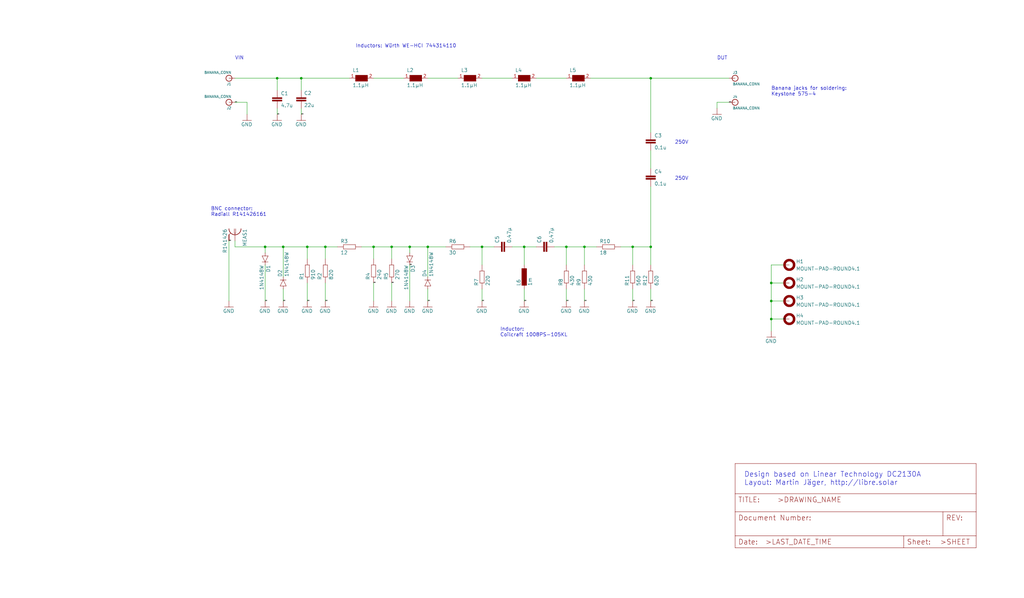
<source format=kicad_sch>
(kicad_sch (version 20230121) (generator eeschema)
  (paper "User" 431.673 252.298)
  (lib_symbols
    (symbol "5uH_LISN-eagle-import:BANANA_CONN" (pin_names (offset 1.016))
      (property "Reference" "J" (at -1.016 1.778 0))
      (property "Value" "BANANA_CONN" (at -1.016 -3.048 0))
      (symbol "BANANA_CONN_1_0"
        (circle (center 0 0) (radius 1.27) (stroke (width 0.254)))
        (pin passive line (at -2.54 0 0) (length 2.54) (name "1") (number "P$1"))
      )
    )
    (symbol "5uH_LISN-eagle-import:C-EUC0805" (pin_names (offset 1.016))
      (property "Reference" "C" (at 1.524 0.381 0))
      (property "Value" "C-EUC0805" (at 1.524 -4.699 0))
      (symbol "C-EUC0805_1_0"
        (rectangle (start -2.032 -2.032) (end 2.032 -1.524) (fill (type outline)))
        (rectangle (start -2.032 -1.016) (end 2.032 -0.508) (fill (type outline)))
        (polyline (pts (xy 0 -2.54) (xy 0 -2.032)))
        (polyline (pts (xy 0 0) (xy 0 -0.508)))
        (pin passive line (at 0 2.54 270) (length 2.54) (name "1") (number "1"))
        (pin passive line (at 0 -5.08 90) (length 2.54) (name "2") (number "2"))
      )
    )
    (symbol "5uH_LISN-eagle-import:C-EUC1206" (pin_names (offset 1.016))
      (property "Reference" "C" (at 1.524 0.381 0))
      (property "Value" "C-EUC1206" (at 1.524 -4.699 0))
      (symbol "C-EUC1206_1_0"
        (rectangle (start -2.032 -2.032) (end 2.032 -1.524) (fill (type outline)))
        (rectangle (start -2.032 -1.016) (end 2.032 -0.508) (fill (type outline)))
        (polyline (pts (xy 0 -2.54) (xy 0 -2.032)))
        (polyline (pts (xy 0 0) (xy 0 -0.508)))
        (pin passive line (at 0 2.54 270) (length 2.54) (name "1") (number "1"))
        (pin passive line (at 0 -5.08 90) (length 2.54) (name "2") (number "2"))
      )
    )
    (symbol "5uH_LISN-eagle-import:C-EUC1210" (pin_names (offset 1.016))
      (property "Reference" "C" (at 1.524 0.381 0))
      (property "Value" "C-EUC1210" (at 1.524 -4.699 0))
      (symbol "C-EUC1210_1_0"
        (rectangle (start -2.032 -2.032) (end 2.032 -1.524) (fill (type outline)))
        (rectangle (start -2.032 -1.016) (end 2.032 -0.508) (fill (type outline)))
        (polyline (pts (xy 0 -2.54) (xy 0 -2.032)))
        (polyline (pts (xy 0 0) (xy 0 -0.508)))
        (pin passive line (at 0 2.54 270) (length 2.54) (name "1") (number "1"))
        (pin passive line (at 0 -5.08 90) (length 2.54) (name "2") (number "2"))
      )
    )
    (symbol "5uH_LISN-eagle-import:DINA3_L" (pin_names (offset 1.016))
      (symbol "DINA3_L_2_0"
        (polyline (pts (xy 0 0) (xy 0 5.08)))
        (polyline (pts (xy 0 0) (xy 71.12 0)))
        (polyline (pts (xy 0 5.08) (xy 0 15.24)))
        (polyline (pts (xy 0 5.08) (xy 71.12 5.08)))
        (polyline (pts (xy 0 15.24) (xy 0 22.86)))
        (polyline (pts (xy 0 22.86) (xy 0 35.56)))
        (polyline (pts (xy 0 22.86) (xy 101.6 22.86)))
        (polyline (pts (xy 71.12 0) (xy 101.6 0)))
        (polyline (pts (xy 71.12 5.08) (xy 71.12 0)))
        (polyline (pts (xy 71.12 5.08) (xy 87.63 5.08)))
        (polyline (pts (xy 87.63 5.08) (xy 101.6 5.08)))
        (polyline (pts (xy 87.63 15.24) (xy 0 15.24)))
        (polyline (pts (xy 87.63 15.24) (xy 87.63 5.08)))
        (polyline (pts (xy 101.6 5.08) (xy 101.6 0)))
        (polyline (pts (xy 101.6 15.24) (xy 87.63 15.24)))
        (polyline (pts (xy 101.6 15.24) (xy 101.6 5.08)))
        (polyline (pts (xy 101.6 22.86) (xy 101.6 15.24)))
        (polyline (pts (xy 101.6 35.56) (xy 0 35.56)))
        (polyline (pts (xy 101.6 35.56) (xy 101.6 22.86)))
        (text ">DRAWING_NAME" (at 17.78 19.05 0) (effects (font (size 2.159 2.159)) (justify left bottom)))
        (text ">LAST_DATE_TIME" (at 12.7 1.27 0) (effects (font (size 2.159 2.159)) (justify left bottom)))
        (text ">SHEET" (at 86.36 1.27 0) (effects (font (size 2.159 2.159)) (justify left bottom)))
        (text "Date:" (at 1.27 1.27 0) (effects (font (size 2.159 2.159)) (justify left bottom)))
        (text "Document Number:" (at 1.27 11.43 0) (effects (font (size 2.159 2.159)) (justify left bottom)))
        (text "REV:" (at 88.9 11.43 0) (effects (font (size 2.159 2.159)) (justify left bottom)))
        (text "Sheet:" (at 72.39 1.27 0) (effects (font (size 2.159 2.159)) (justify left bottom)))
        (text "TITLE:" (at 1.27 19.05 0) (effects (font (size 2.159 2.159)) (justify left bottom)))
      )
    )
    (symbol "5uH_LISN-eagle-import:DIODESOD123" (pin_names (offset 1.016))
      (property "Reference" "D" (at 2.54 0.4826 0))
      (property "Value" "DIODESOD123" (at 2.54 -2.3114 0))
      (symbol "DIODESOD123_1_0"
        (polyline (pts (xy -2.54 0) (xy -1.27 0)))
        (polyline (pts (xy -1.27 -1.27) (xy 1.27 0)))
        (polyline (pts (xy -1.27 0) (xy -1.27 -1.27)))
        (polyline (pts (xy -1.27 1.27) (xy -1.27 0)))
        (polyline (pts (xy 1.27 0) (xy -1.27 1.27)))
        (polyline (pts (xy 1.27 0) (xy 1.27 -1.27)))
        (polyline (pts (xy 1.27 1.27) (xy 1.27 0)))
        (polyline (pts (xy 2.54 0) (xy 1.27 0)))
        (pin passive line (at -2.54 0 0) (length 0) (name "A") (number "A"))
        (pin passive line (at 2.54 0 180) (length 0) (name "C") (number "C"))
      )
    )
    (symbol "5uH_LISN-eagle-import:GND" (power) (pin_names (offset 1.016))
      (property "Value" "GND" (at -2.54 -2.54 0))
      (symbol "GND_1_0"
        (polyline (pts (xy -1.905 0) (xy 1.905 0)))
        (pin power_in line (at 0 2.54 270) (length 2.54) (name "GND") (number "1"))
      )
    )
    (symbol "5uH_LISN-eagle-import:INDUCTOR" (pin_names (offset 1.016))
      (property "Reference" "L" (at -1.4986 -3.81 90))
      (property "Value" "INDUCTOR" (at 3.302 -3.81 90))
      (symbol "INDUCTOR_1_0"
        (rectangle (start -1.016 -3.556) (end 1.016 3.556) (fill (type outline)))
        (pin passive line (at 0 5.08 270) (length 2.54) (name "1") (number "P$1"))
        (pin passive line (at 0 -5.08 90) (length 2.54) (name "2") (number "P$2"))
      )
    )
    (symbol "5uH_LISN-eagle-import:MOUNT-PAD-ROUND4.1" (pin_names (offset 1.016))
      (property "Reference" "H" (at 2.794 0.5842 0))
      (property "Value" "MOUNT-PAD-ROUND4.1" (at 2.794 -2.4638 0))
      (symbol "MOUNT-PAD-ROUND4.1_1_0"
        (arc (start -2.032 -0.254) (mid -1.448 -1.448) (end -0.254 -2.032) (stroke (width 1.016)))
        (arc (start -0.254 2.032) (mid -1.448 1.448) (end -2.032 0.254) (stroke (width 1.016)))
        (circle (center 0 0) (radius 1.524) (stroke (width 0.0508)))
        (arc (start 0.254 -2.032) (mid 1.448 -1.448) (end 2.032 -0.254) (stroke (width 1.016)))
        (arc (start 2.032 0.254) (mid 1.448 1.448) (end 0.254 2.032) (stroke (width 1.016)))
        (pin passive line (at -2.54 0 0) (length 2.54) (name "MOUNT") (number "B4,1"))
      )
    )
    (symbol "5uH_LISN-eagle-import:R-EU_R0805" (pin_names (offset 1.016))
      (property "Reference" "R" (at -3.81 1.4986 0))
      (property "Value" "R-EU_R0805" (at -3.81 -3.302 0))
      (symbol "R-EU_R0805_1_0"
        (polyline (pts (xy -2.54 -0.889) (xy -2.54 0.889)))
        (polyline (pts (xy -2.54 -0.889) (xy 2.54 -0.889)))
        (polyline (pts (xy 2.54 -0.889) (xy 2.54 0.889)))
        (polyline (pts (xy 2.54 0.889) (xy -2.54 0.889)))
        (pin passive line (at -5.08 0 0) (length 2.54) (name "1") (number "1"))
        (pin passive line (at 5.08 0 180) (length 2.54) (name "2") (number "2"))
      )
    )
    (symbol "5uH_LISN-eagle-import:R141426" (pin_names (offset 1.016))
      (property "Reference" "X" (at -2.54 3.302 0))
      (property "Value" "R141426" (at -2.54 -5.08 0))
      (symbol "R141426_1_0"
        (arc (start -2.54 -2.54) (mid -0.011 0) (end -2.54 2.54) (stroke (width 0.254)))
        (polyline (pts (xy -2.54 0.254) (xy -0.762 0.254)))
        (polyline (pts (xy -0.762 -0.254) (xy -2.54 -0.254)))
        (polyline (pts (xy -0.762 0.254) (xy -0.508 0)))
        (polyline (pts (xy -0.508 0) (xy -0.762 -0.254)))
        (polyline (pts (xy 0 -2.54) (xy -0.762 -1.778)))
        (polyline (pts (xy 0 0) (xy -0.508 0)))
        (pin passive line (at 2.54 0 180) (length 2.54) (name "1") (number "1"))
        (pin passive line (at 2.54 -2.54 180) (length 2.54) (name "2") (number "2"))
        (pin passive line (at 2.54 -2.54 180) (length 2.54) (name "2") (number "3"))
        (pin passive line (at 2.54 -2.54 180) (length 2.54) (name "2") (number "4"))
        (pin passive line (at 2.54 -2.54 180) (length 2.54) (name "2") (number "5"))
      )
    )
    (symbol "5uH_LISN-eagle-import:WE-HCI_7030_7040_7050" (pin_names (offset 1.016))
      (property "Reference" "L" (at -3.81 2.54 0))
      (property "Value" "WE-HCI_7030_7040_7050" (at -3.81 -3.81 0))
      (symbol "WE-HCI_7030_7040_7050_1_0"
        (rectangle (start -2.54 -1.27) (end 2.54 1.27) (fill (type outline)))
        (pin passive line (at -5.08 0 0) (length 2.54) (name "1") (number "1"))
        (pin passive line (at 5.08 0 180) (length 2.54) (name "2") (number "2"))
      )
    )
  )
  (junction (at 116.84 33.02))
  (junction (at 325.12 134.62))
  (junction (at 180.34 104.14))
  (junction (at 157.48 104.14))
  (junction (at 137.16 104.14))
  (junction (at 165.1 104.14))
  (junction (at 325.12 127))
  (junction (at 127 33.02))
  (junction (at 203.2 104.14))
  (junction (at 111.76 104.14))
  (junction (at 274.32 33.02))
  (junction (at 274.32 104.14))
  (junction (at 266.7 104.14))
  (junction (at 129.54 104.14))
  (junction (at 238.76 104.14))
  (junction (at 119.38 104.14))
  (junction (at 172.72 104.14))
  (junction (at 220.98 104.14))
  (junction (at 325.12 119.38))
  (junction (at 246.38 104.14))
  (wire (pts (xy 203.2 33.02) (xy 215.9 33.02)))
  (wire (pts (xy 129.54 127) (xy 129.54 119.38)))
  (wire (pts (xy 198.12 104.14) (xy 203.2 104.14)))
  (wire (pts (xy 157.48 119.38) (xy 157.48 127)))
  (wire (pts (xy 325.12 111.76) (xy 330.2 111.76)))
  (wire (pts (xy 157.48 33.02) (xy 170.18 33.02)))
  (wire (pts (xy 248.92 33.02) (xy 274.32 33.02)))
  (wire (pts (xy 119.38 116.84) (xy 119.38 104.14)))
  (wire (pts (xy 127 33.02) (xy 147.32 33.02)))
  (wire (pts (xy 325.12 127) (xy 330.2 127)))
  (wire (pts (xy 226.06 33.02) (xy 238.76 33.02)))
  (wire (pts (xy 220.98 127) (xy 220.98 121.92)))
  (wire (pts (xy 127 38.1) (xy 127 33.02)))
  (wire (pts (xy 325.12 119.38) (xy 325.12 111.76)))
  (wire (pts (xy 203.2 104.14) (xy 208.28 104.14)))
  (wire (pts (xy 99.06 33.02) (xy 116.84 33.02)))
  (wire (pts (xy 165.1 109.22) (xy 165.1 104.14)))
  (wire (pts (xy 99.06 43.18) (xy 104.14 43.18)))
  (wire (pts (xy 137.16 127) (xy 137.16 119.38)))
  (wire (pts (xy 116.84 38.1) (xy 116.84 33.02)))
  (wire (pts (xy 274.32 78.74) (xy 274.32 104.14)))
  (wire (pts (xy 127 48.26) (xy 127 45.72)))
  (wire (pts (xy 220.98 104.14) (xy 226.06 104.14)))
  (wire (pts (xy 220.98 111.76) (xy 220.98 104.14)))
  (wire (pts (xy 99.06 101.6) (xy 99.06 104.14)))
  (wire (pts (xy 266.7 111.76) (xy 266.7 104.14)))
  (wire (pts (xy 180.34 33.02) (xy 193.04 33.02)))
  (wire (pts (xy 330.2 134.62) (xy 325.12 134.62)))
  (wire (pts (xy 119.38 127) (xy 119.38 121.92)))
  (wire (pts (xy 157.48 104.14) (xy 152.4 104.14)))
  (wire (pts (xy 266.7 127) (xy 266.7 121.92)))
  (wire (pts (xy 307.34 43.18) (xy 302.26 43.18)))
  (wire (pts (xy 274.32 127) (xy 274.32 121.92)))
  (wire (pts (xy 238.76 127) (xy 238.76 121.92)))
  (wire (pts (xy 137.16 104.14) (xy 142.24 104.14)))
  (wire (pts (xy 203.2 111.76) (xy 203.2 104.14)))
  (wire (pts (xy 233.68 104.14) (xy 238.76 104.14)))
  (wire (pts (xy 129.54 104.14) (xy 137.16 104.14)))
  (wire (pts (xy 246.38 104.14) (xy 251.46 104.14)))
  (wire (pts (xy 325.12 134.62) (xy 325.12 127)))
  (wire (pts (xy 274.32 63.5) (xy 274.32 71.12)))
  (wire (pts (xy 238.76 111.76) (xy 238.76 104.14)))
  (wire (pts (xy 104.14 43.18) (xy 104.14 48.26)))
  (wire (pts (xy 172.72 104.14) (xy 165.1 104.14)))
  (wire (pts (xy 157.48 109.22) (xy 157.48 104.14)))
  (wire (pts (xy 325.12 134.62) (xy 325.12 139.7)))
  (wire (pts (xy 172.72 106.68) (xy 172.72 104.14)))
  (wire (pts (xy 119.38 104.14) (xy 129.54 104.14)))
  (wire (pts (xy 274.32 33.02) (xy 274.32 55.88)))
  (wire (pts (xy 180.34 104.14) (xy 187.96 104.14)))
  (wire (pts (xy 137.16 109.22) (xy 137.16 104.14)))
  (wire (pts (xy 180.34 116.84) (xy 180.34 104.14)))
  (wire (pts (xy 246.38 127) (xy 246.38 121.92)))
  (wire (pts (xy 180.34 127) (xy 180.34 121.92)))
  (wire (pts (xy 96.52 101.6) (xy 96.52 127)))
  (wire (pts (xy 274.32 104.14) (xy 266.7 104.14)))
  (wire (pts (xy 172.72 111.76) (xy 172.72 127)))
  (wire (pts (xy 274.32 33.02) (xy 307.34 33.02)))
  (wire (pts (xy 325.12 119.38) (xy 330.2 119.38)))
  (wire (pts (xy 165.1 104.14) (xy 157.48 104.14)))
  (wire (pts (xy 274.32 111.76) (xy 274.32 104.14)))
  (wire (pts (xy 238.76 104.14) (xy 246.38 104.14)))
  (wire (pts (xy 111.76 104.14) (xy 119.38 104.14)))
  (wire (pts (xy 266.7 104.14) (xy 261.62 104.14)))
  (wire (pts (xy 111.76 106.68) (xy 111.76 104.14)))
  (wire (pts (xy 129.54 109.22) (xy 129.54 104.14)))
  (wire (pts (xy 246.38 111.76) (xy 246.38 104.14)))
  (wire (pts (xy 165.1 119.38) (xy 165.1 127)))
  (wire (pts (xy 172.72 104.14) (xy 180.34 104.14)))
  (wire (pts (xy 203.2 127) (xy 203.2 121.92)))
  (wire (pts (xy 325.12 127) (xy 325.12 119.38)))
  (wire (pts (xy 116.84 33.02) (xy 127 33.02)))
  (wire (pts (xy 302.26 43.18) (xy 302.26 45.72)))
  (wire (pts (xy 215.9 104.14) (xy 220.98 104.14)))
  (wire (pts (xy 99.06 104.14) (xy 111.76 104.14)))
  (wire (pts (xy 111.76 127) (xy 111.76 111.76)))
  (wire (pts (xy 116.84 48.26) (xy 116.84 45.72)))
  (text "DUT" (at 302.26 25.4 0) (effects (font (size 1.4986 1.4986)) (justify left bottom)))
  (text "250V" (at 284.48 76.2 0) (effects (font (size 1.4986 1.4986)) (justify left bottom)))
  (text "Inductors: Würth WE-HCI 744314110" (at 149.86 20.32 0) (effects (font (size 1.4986 1.4986)) (justify left bottom)))
  (text "250V" (at 284.48 60.96 0) (effects (font (size 1.4986 1.4986)) (justify left bottom)))
  (text "VIN" (at 99.06 25.4 0) (effects (font (size 1.4986 1.4986)) (justify left bottom)))
  (text "BNC connector:\nRadiall R141426161" (at 88.9 91.44 0) (effects (font (size 1.4986 1.4986)) (justify left bottom)))
  (text "Inductor:\nCoilcraft 1008PS-105KL" (at 210.82 142.24 0) (effects (font (size 1.4986 1.4986)) (justify left bottom)))
  (text "Design based on Linear Technology DC2130A\nLayout: Martin Jäger, http://libre.solar" (at 313.69 204.978 0) (effects (font (size 2.159 2.159)) (justify left bottom)))
  (text "Banana jacks for soldering:\nKeystone 575-4" (at 325.12 40.64 0) (effects (font (size 1.4986 1.4986)) (justify left bottom)))
  (label "GND" (at 330.2 134.62 0) (effects (font (size 0.254 0.254))))
  (label "GND" (at 127 48.26 0) (effects (font (size 0.254 0.254))))
  (label "GND" (at 203.2 127 0) (effects (font (size 0.254 0.254))))
  (label "GND" (at 99.06 43.18 0) (effects (font (size 0.254 0.254))))
  (label "GND" (at 129.54 127 0) (effects (font (size 0.254 0.254))))
  (label "GND" (at 246.38 127 0) (effects (font (size 0.254 0.254))))
  (label "GND" (at 119.38 127 0) (effects (font (size 0.254 0.254))))
  (label "GND" (at 165.1 119.38 0) (effects (font (size 0.254 0.254))))
  (label "GND" (at 307.34 43.18 0) (effects (font (size 0.254 0.254))))
  (label "GND" (at 172.72 111.76 0) (effects (font (size 0.254 0.254))))
  (label "GND" (at 266.7 127 0) (effects (font (size 0.254 0.254))))
  (label "GND" (at 220.98 127 0) (effects (font (size 0.254 0.254))))
  (label "GND" (at 111.76 127 0) (effects (font (size 0.254 0.254))))
  (label "GND" (at 157.48 119.38 0) (effects (font (size 0.254 0.254))))
  (label "GND" (at 180.34 127 0) (effects (font (size 0.254 0.254))))
  (label "GND" (at 238.76 127 0) (effects (font (size 0.254 0.254))))
  (label "GND" (at 96.52 101.6 0) (effects (font (size 0.254 0.254))))
  (label "GND" (at 137.16 127 0) (effects (font (size 0.254 0.254))))
  (label "GND" (at 116.84 48.26 0) (effects (font (size 0.254 0.254))))
  (label "GND" (at 274.32 127 0) (effects (font (size 0.254 0.254))))
  (symbol (lib_id "5uH_LISN-eagle-import:C-EUC1210") (at 127 40.64 0) (unit 1)
    (property "Reference" "C2" (at 128.143 40.1574 0) (effects (font (size 1.4986 1.4986)) (justify left bottom)))
    (property "Value" "22u" (at 128.143 45.2374 0) (effects (font (size 1.4986 1.4986)) (justify left bottom)))
    (property "Footprint" "Capacitor_SMD:C_2220_5650Metric" (effects hide))
  )
  (symbol (lib_id "5uH_LISN-eagle-import:BANANA_CONN") (at 309.88 33.02 0) (unit 1)
    (property "Reference" "J3" (at 308.864 31.242 0) (effects (font (size 1.0668 1.0668)) (justify left bottom)))
    (property "Value" "BANANA_CONN" (at 308.864 36.068 0) (effects (font (size 1.0668 1.0668)) (justify left bottom)))
    (property "Footprint" "5uH_LISN:BANANA_CONN" (effects hide))
  )
  (symbol (lib_id "5uH_LISN-eagle-import:R-EU_R0805") (at 266.7 116.84 90) (unit 1)
    (property "Reference" "R11" (at 265.2014 120.65 0) (effects (font (size 1.4986 1.4986)) (justify left bottom)))
    (property "Value" "560" (at 270.002 120.65 0) (effects (font (size 1.4986 1.4986)) (justify left bottom)))
    (property "Footprint" "5uH_LISN:R0805" (effects hide))
  )
  (symbol (lib_id "5uH_LISN-eagle-import:BANANA_CONN") (at 96.52 43.18 180) (unit 1)
    (property "Reference" "J2" (at 97.536 44.958 0) (effects (font (size 1.0668 1.0668)) (justify left bottom)))
    (property "Value" "BANANA_CONN" (at 97.536 40.132 0) (effects (font (size 1.0668 1.0668)) (justify left bottom)))
    (property "Footprint" "5uH_LISN:BANANA_CONN" (effects hide))
  )
  (symbol (lib_id "5uH_LISN-eagle-import:WE-HCI_7030_7040_7050") (at 220.98 33.02 0) (unit 1)
    (property "Reference" "L4" (at 217.17 30.48 0) (effects (font (size 1.4986 1.4986)) (justify left bottom)))
    (property "Value" "1.1µH" (at 217.17 36.83 0) (effects (font (size 1.4986 1.4986)) (justify left bottom)))
    (property "Footprint" "5uH_LISN:WE-HCI_7030_7040_7050" (effects hide))
  )
  (symbol (lib_id "5uH_LISN-eagle-import:DIODESOD123") (at 172.72 109.22 270) (unit 1)
    (property "Reference" "D3" (at 173.2026 111.76 0) (effects (font (size 1.4986 1.4986)) (justify left bottom)))
    (property "Value" "1N4148W" (at 170.4086 111.76 0) (effects (font (size 1.4986 1.4986)) (justify left bottom)))
    (property "Footprint" "5uH_LISN:SOD-123" (effects hide))
    (property "MF" "DIODES INC." (effects hide))
    (property "MPN" "1N4148W-7-F." (effects hide))
    (property "OC_FARNELL" "1776392" (effects hide))
  )
  (symbol (lib_id "5uH_LISN-eagle-import:DIODESOD123") (at 111.76 109.22 270) (unit 1)
    (property "Reference" "D1" (at 112.2426 111.76 0) (effects (font (size 1.4986 1.4986)) (justify left bottom)))
    (property "Value" "1N4148W" (at 109.4486 111.76 0) (effects (font (size 1.4986 1.4986)) (justify left bottom)))
    (property "Footprint" "5uH_LISN:SOD-123" (effects hide))
    (property "MF" "DIODES INC." (effects hide))
    (property "MPN" "1N4148W-7-F." (effects hide))
    (property "OC_FARNELL" "1776392" (effects hide))
  )
  (symbol (lib_id "5uH_LISN-eagle-import:C-EUC0805") (at 210.82 104.14 90) (unit 1)
    (property "Reference" "C5" (at 210.439 102.616 0) (effects (font (size 1.4986 1.4986)) (justify left bottom)))
    (property "Value" "0.47µ" (at 215.519 102.616 0) (effects (font (size 1.4986 1.4986)) (justify left bottom)))
    (property "Footprint" "5uH_LISN:C0805" (effects hide))
  )
  (symbol (lib_id "5uH_LISN-eagle-import:GND") (at 137.16 129.54 0) (unit 1)
    (property "Reference" "#GND014" (effects hide))
    (property "Value" "GND" (at 134.62 132.08 0) (effects (font (size 1.4986 1.4986)) (justify left bottom)))
  )
  (symbol (lib_id "5uH_LISN-eagle-import:R-EU_R0805") (at 238.76 116.84 90) (unit 1)
    (property "Reference" "R8" (at 237.2614 120.65 0) (effects (font (size 1.4986 1.4986)) (justify left bottom)))
    (property "Value" "430" (at 242.062 120.65 0) (effects (font (size 1.4986 1.4986)) (justify left bottom)))
    (property "Footprint" "5uH_LISN:R0805" (effects hide))
  )
  (symbol (lib_id "5uH_LISN-eagle-import:R-EU_R0805") (at 137.16 114.3 90) (unit 1)
    (property "Reference" "R2" (at 135.6614 118.11 0) (effects (font (size 1.4986 1.4986)) (justify left bottom)))
    (property "Value" "820" (at 140.462 118.11 0) (effects (font (size 1.4986 1.4986)) (justify left bottom)))
    (property "Footprint" "5uH_LISN:R0805" (effects hide))
  )
  (symbol (lib_id "5uH_LISN-eagle-import:GND") (at 129.54 129.54 0) (unit 1)
    (property "Reference" "#GND015" (effects hide))
    (property "Value" "GND" (at 127 132.08 0) (effects (font (size 1.4986 1.4986)) (justify left bottom)))
  )
  (symbol (lib_id "5uH_LISN-eagle-import:GND") (at 238.76 129.54 0) (unit 1)
    (property "Reference" "#GND08" (effects hide))
    (property "Value" "GND" (at 236.22 132.08 0) (effects (font (size 1.4986 1.4986)) (justify left bottom)))
  )
  (symbol (lib_id "5uH_LISN-eagle-import:MOUNT-PAD-ROUND4.1") (at 332.74 134.62 0) (unit 1)
    (property "Reference" "H4" (at 335.534 134.0358 0) (effects (font (size 1.4986 1.4986)) (justify left bottom)))
    (property "Value" "MOUNT-PAD-ROUND4.1" (at 335.534 137.0838 0) (effects (font (size 1.4986 1.4986)) (justify left bottom)))
    (property "Footprint" "5uH_LISN:4,1-PAD" (effects hide))
  )
  (symbol (lib_id "5uH_LISN-eagle-import:C-EUC1210") (at 116.84 40.64 0) (unit 1)
    (property "Reference" "C1" (at 118.364 40.259 0) (effects (font (size 1.4986 1.4986)) (justify left bottom)))
    (property "Value" "4.7u" (at 118.364 45.339 0) (effects (font (size 1.4986 1.4986)) (justify left bottom)))
    (property "Footprint" "5uH_LISN:C1210" (effects hide))
  )
  (symbol (lib_id "5uH_LISN-eagle-import:GND") (at 203.2 129.54 0) (unit 1)
    (property "Reference" "#GND09" (effects hide))
    (property "Value" "GND" (at 200.66 132.08 0) (effects (font (size 1.4986 1.4986)) (justify left bottom)))
  )
  (symbol (lib_id "5uH_LISN-eagle-import:BANANA_CONN") (at 96.52 33.02 180) (unit 1)
    (property "Reference" "J1" (at 97.536 34.798 0) (effects (font (size 1.0668 1.0668)) (justify left bottom)))
    (property "Value" "BANANA_CONN" (at 97.536 29.972 0) (effects (font (size 1.0668 1.0668)) (justify left bottom)))
    (property "Footprint" "5uH_LISN:BANANA_CONN" (effects hide))
  )
  (symbol (lib_id "5uH_LISN-eagle-import:BANANA_CONN") (at 309.88 43.18 0) (unit 1)
    (property "Reference" "J4" (at 308.864 41.402 0) (effects (font (size 1.0668 1.0668)) (justify left bottom)))
    (property "Value" "BANANA_CONN" (at 308.864 46.228 0) (effects (font (size 1.0668 1.0668)) (justify left bottom)))
    (property "Footprint" "5uH_LISN:BANANA_CONN" (effects hide))
  )
  (symbol (lib_id "5uH_LISN-eagle-import:GND") (at 302.26 48.26 0) (unit 1)
    (property "Reference" "#GND03" (effects hide))
    (property "Value" "GND" (at 299.72 50.8 0) (effects (font (size 1.4986 1.4986)) (justify left bottom)))
  )
  (symbol (lib_id "5uH_LISN-eagle-import:DINA3_L") (at 309.88 231.14 0) (unit 2)
    (property "Reference" "#FRAME1" (effects hide))
    (property "Value" "DINA3_L" (effects hide))
  )
  (symbol (lib_id "5uH_LISN-eagle-import:R-EU_R0805") (at 165.1 114.3 90) (unit 1)
    (property "Reference" "R5" (at 163.6014 118.11 0) (effects (font (size 1.4986 1.4986)) (justify left bottom)))
    (property "Value" "270" (at 168.402 118.11 0) (effects (font (size 1.4986 1.4986)) (justify left bottom)))
    (property "Footprint" "5uH_LISN:R0805" (effects hide))
  )
  (symbol (lib_id "5uH_LISN-eagle-import:R-EU_R0805") (at 274.32 116.84 90) (unit 1)
    (property "Reference" "R12" (at 272.8214 120.65 0) (effects (font (size 1.4986 1.4986)) (justify left bottom)))
    (property "Value" "620" (at 277.622 120.65 0) (effects (font (size 1.4986 1.4986)) (justify left bottom)))
    (property "Footprint" "5uH_LISN:R0805" (effects hide))
  )
  (symbol (lib_id "5uH_LISN-eagle-import:GND") (at 96.52 129.54 0) (unit 1)
    (property "Reference" "#GND019" (effects hide))
    (property "Value" "GND" (at 93.98 132.08 0) (effects (font (size 1.4986 1.4986)) (justify left bottom)))
  )
  (symbol (lib_id "5uH_LISN-eagle-import:GND") (at 266.7 129.54 0) (unit 1)
    (property "Reference" "#GND06" (effects hide))
    (property "Value" "GND" (at 264.16 132.08 0) (effects (font (size 1.4986 1.4986)) (justify left bottom)))
  )
  (symbol (lib_id "5uH_LISN-eagle-import:INDUCTOR") (at 220.98 116.84 0) (unit 1)
    (property "Reference" "L6" (at 219.4814 120.65 90) (effects (font (size 1.4986 1.4986)) (justify left bottom)))
    (property "Value" "1m" (at 224.282 120.65 90) (effects (font (size 1.4986 1.4986)) (justify left bottom)))
    (property "Footprint" "5uH_LISN:COILCRAFT_1008PS" (effects hide))
  )
  (symbol (lib_id "5uH_LISN-eagle-import:DIODESOD123") (at 119.38 119.38 90) (unit 1)
    (property "Reference" "D2" (at 118.8974 116.84 0) (effects (font (size 1.4986 1.4986)) (justify left bottom)))
    (property "Value" "1N4148W" (at 121.6914 116.84 0) (effects (font (size 1.4986 1.4986)) (justify left bottom)))
    (property "Footprint" "5uH_LISN:SOD-123" (effects hide))
    (property "MF" "DIODES INC." (effects hide))
    (property "MPN" "1N4148W-7-F." (effects hide))
    (property "OC_FARNELL" "1776392" (effects hide))
  )
  (symbol (lib_id "5uH_LISN-eagle-import:WE-HCI_7030_7040_7050") (at 175.26 33.02 0) (unit 1)
    (property "Reference" "L2" (at 171.45 30.48 0) (effects (font (size 1.4986 1.4986)) (justify left bottom)))
    (property "Value" "1.1µH" (at 171.45 36.83 0) (effects (font (size 1.4986 1.4986)) (justify left bottom)))
    (property "Footprint" "5uH_LISN:WE-HCI_7030_7040_7050" (effects hide))
  )
  (symbol (lib_id "5uH_LISN-eagle-import:GND") (at 119.38 129.54 0) (unit 1)
    (property "Reference" "#GND016" (effects hide))
    (property "Value" "GND" (at 116.84 132.08 0) (effects (font (size 1.4986 1.4986)) (justify left bottom)))
  )
  (symbol (lib_id "5uH_LISN-eagle-import:C-EUC1206") (at 274.32 58.42 0) (unit 1)
    (property "Reference" "C3" (at 275.844 58.039 0) (effects (font (size 1.4986 1.4986)) (justify left bottom)))
    (property "Value" "0.1u" (at 275.844 63.119 0) (effects (font (size 1.4986 1.4986)) (justify left bottom)))
    (property "Footprint" "5uH_LISN:C1206" (effects hide))
  )
  (symbol (lib_id "5uH_LISN-eagle-import:GND") (at 274.32 129.54 0) (unit 1)
    (property "Reference" "#GND05" (effects hide))
    (property "Value" "GND" (at 271.78 132.08 0) (effects (font (size 1.4986 1.4986)) (justify left bottom)))
  )
  (symbol (lib_id "5uH_LISN-eagle-import:DIODESOD123") (at 180.34 119.38 90) (unit 1)
    (property "Reference" "D4" (at 179.8574 116.84 0) (effects (font (size 1.4986 1.4986)) (justify left bottom)))
    (property "Value" "1N4148W" (at 182.6514 116.84 0) (effects (font (size 1.4986 1.4986)) (justify left bottom)))
    (property "Footprint" "5uH_LISN:SOD-123" (effects hide))
    (property "MF" "DIODES INC." (effects hide))
    (property "MPN" "1N4148W-7-F." (effects hide))
    (property "OC_FARNELL" "1776392" (effects hide))
  )
  (symbol (lib_id "5uH_LISN-eagle-import:DINA3_L") (at 22.86 231.14 0) (unit 1)
    (property "Reference" "#FRAME1" (effects hide))
    (property "Value" "DINA3_L" (effects hide))
  )
  (symbol (lib_id "5uH_LISN-eagle-import:GND") (at 104.14 50.8 0) (unit 1)
    (property "Reference" "#GND04" (effects hide))
    (property "Value" "GND" (at 101.6 53.34 0) (effects (font (size 1.4986 1.4986)) (justify left bottom)))
  )
  (symbol (lib_id "5uH_LISN-eagle-import:R141426") (at 99.06 99.06 270) (unit 1)
    (property "Reference" "MEAS1" (at 102.362 96.52 0) (effects (font (size 1.4986 1.4986)) (justify left bottom)))
    (property "Value" "R141426" (at 93.98 96.52 0) (effects (font (size 1.4986 1.4986)) (justify left bottom)))
    (property "Footprint" "5uH_LISN:R141426" (effects hide))
  )
  (symbol (lib_id "5uH_LISN-eagle-import:GND") (at 157.48 129.54 0) (unit 1)
    (property "Reference" "#GND013" (effects hide))
    (property "Value" "GND" (at 154.94 132.08 0) (effects (font (size 1.4986 1.4986)) (justify left bottom)))
  )
  (symbol (lib_id "5uH_LISN-eagle-import:MOUNT-PAD-ROUND4.1") (at 332.74 119.38 0) (unit 1)
    (property "Reference" "H2" (at 335.534 118.7958 0) (effects (font (size 1.4986 1.4986)) (justify left bottom)))
    (property "Value" "MOUNT-PAD-ROUND4.1" (at 335.534 121.8438 0) (effects (font (size 1.4986 1.4986)) (justify left bottom)))
    (property "Footprint" "5uH_LISN:4,1-PAD" (effects hide))
  )
  (symbol (lib_id "5uH_LISN-eagle-import:GND") (at 220.98 129.54 0) (unit 1)
    (property "Reference" "#GND018" (effects hide))
    (property "Value" "GND" (at 218.44 132.08 0) (effects (font (size 1.4986 1.4986)) (justify left bottom)))
  )
  (symbol (lib_id "5uH_LISN-eagle-import:GND") (at 172.72 129.54 0) (unit 1)
    (property "Reference" "#GND011" (effects hide))
    (property "Value" "GND" (at 170.18 132.08 0) (effects (font (size 1.4986 1.4986)) (justify left bottom)))
  )
  (symbol (lib_id "5uH_LISN-eagle-import:GND") (at 246.38 129.54 0) (unit 1)
    (property "Reference" "#GND07" (effects hide))
    (property "Value" "GND" (at 243.84 132.08 0) (effects (font (size 1.4986 1.4986)) (justify left bottom)))
  )
  (symbol (lib_id "5uH_LISN-eagle-import:GND") (at 111.76 129.54 0) (unit 1)
    (property "Reference" "#GND017" (effects hide))
    (property "Value" "GND" (at 109.22 132.08 0) (effects (font (size 1.4986 1.4986)) (justify left bottom)))
  )
  (symbol (lib_id "5uH_LISN-eagle-import:WE-HCI_7030_7040_7050") (at 243.84 33.02 0) (unit 1)
    (property "Reference" "L5" (at 240.03 30.48 0) (effects (font (size 1.4986 1.4986)) (justify left bottom)))
    (property "Value" "1.1µH" (at 240.03 36.83 0) (effects (font (size 1.4986 1.4986)) (justify left bottom)))
    (property "Footprint" "5uH_LISN:WE-HCI_7030_7040_7050" (effects hide))
  )
  (symbol (lib_id "5uH_LISN-eagle-import:WE-HCI_7030_7040_7050") (at 152.4 33.02 0) (unit 1)
    (property "Reference" "L1" (at 148.59 30.48 0) (effects (font (size 1.4986 1.4986)) (justify left bottom)))
    (property "Value" "1.1µH" (at 148.59 36.83 0) (effects (font (size 1.4986 1.4986)) (justify left bottom)))
    (property "Footprint" "5uH_LISN:WE-HCI_7030_7040_7050" (effects hide))
  )
  (symbol (lib_id "5uH_LISN-eagle-import:GND") (at 116.84 50.8 0) (unit 1)
    (property "Reference" "#GND01" (effects hide))
    (property "Value" "GND" (at 114.3 53.34 0) (effects (font (size 1.4986 1.4986)) (justify left bottom)))
  )
  (symbol (lib_id "5uH_LISN-eagle-import:GND") (at 165.1 129.54 0) (unit 1)
    (property "Reference" "#GND012" (effects hide))
    (property "Value" "GND" (at 162.56 132.08 0) (effects (font (size 1.4986 1.4986)) (justify left bottom)))
  )
  (symbol (lib_id "5uH_LISN-eagle-import:R-EU_R0805") (at 147.32 104.14 0) (unit 1)
    (property "Reference" "R3" (at 143.51 102.6414 0) (effects (font (size 1.4986 1.4986)) (justify left bottom)))
    (property "Value" "12" (at 143.51 107.442 0) (effects (font (size 1.4986 1.4986)) (justify left bottom)))
    (property "Footprint" "5uH_LISN:R0805" (effects hide))
  )
  (symbol (lib_id "5uH_LISN-eagle-import:R-EU_R0805") (at 246.38 116.84 90) (unit 1)
    (property "Reference" "R9" (at 244.8814 120.65 0) (effects (font (size 1.4986 1.4986)) (justify left bottom)))
    (property "Value" "430" (at 249.682 120.65 0) (effects (font (size 1.4986 1.4986)) (justify left bottom)))
    (property "Footprint" "5uH_LISN:R0805" (effects hide))
  )
  (symbol (lib_id "5uH_LISN-eagle-import:C-EUC0805") (at 228.6 104.14 90) (unit 1)
    (property "Reference" "C6" (at 228.219 102.616 0) (effects (font (size 1.4986 1.4986)) (justify left bottom)))
    (property "Value" "0.47µ" (at 233.299 102.616 0) (effects (font (size 1.4986 1.4986)) (justify left bottom)))
    (property "Footprint" "5uH_LISN:C0805" (effects hide))
  )
  (symbol (lib_id "5uH_LISN-eagle-import:MOUNT-PAD-ROUND4.1") (at 332.74 111.76 0) (unit 1)
    (property "Reference" "H1" (at 335.534 111.1758 0) (effects (font (size 1.4986 1.4986)) (justify left bottom)))
    (property "Value" "MOUNT-PAD-ROUND4.1" (at 335.534 114.2238 0) (effects (font (size 1.4986 1.4986)) (justify left bottom)))
    (property "Footprint" "5uH_LISN:4,1-PAD" (effects hide))
  )
  (symbol (lib_id "5uH_LISN-eagle-import:R-EU_R0805") (at 203.2 116.84 90) (unit 1)
    (property "Reference" "R7" (at 201.7014 120.65 0) (effects (font (size 1.4986 1.4986)) (justify left bottom)))
    (property "Value" "220" (at 206.502 120.65 0) (effects (font (size 1.4986 1.4986)) (justify left bottom)))
    (property "Footprint" "5uH_LISN:R0805" (effects hide))
  )
  (symbol (lib_id "5uH_LISN-eagle-import:MOUNT-PAD-ROUND4.1") (at 332.74 127 0) (unit 1)
    (property "Reference" "H3" (at 335.534 126.4158 0) (effects (font (size 1.4986 1.4986)) (justify left bottom)))
    (property "Value" "MOUNT-PAD-ROUND4.1" (at 335.534 129.4638 0) (effects (font (size 1.4986 1.4986)) (justify left bottom)))
    (property "Footprint" "5uH_LISN:4,1-PAD" (effects hide))
  )
  (symbol (lib_id "5uH_LISN-eagle-import:C-EUC1206") (at 274.32 73.66 0) (unit 1)
    (property "Reference" "C4" (at 275.844 73.279 0) (effects (font (size 1.4986 1.4986)) (justify left bottom)))
    (property "Value" "0.1u" (at 275.844 78.359 0) (effects (font (size 1.4986 1.4986)) (justify left bottom)))
    (property "Footprint" "5uH_LISN:C1206" (effects hide))
  )
  (symbol (lib_id "5uH_LISN-eagle-import:WE-HCI_7030_7040_7050") (at 198.12 33.02 0) (unit 1)
    (property "Reference" "L3" (at 194.31 30.48 0) (effects (font (size 1.4986 1.4986)) (justify left bottom)))
    (property "Value" "1.1µH" (at 194.31 36.83 0) (effects (font (size 1.4986 1.4986)) (justify left bottom)))
    (property "Footprint" "5uH_LISN:WE-HCI_7030_7040_7050" (effects hide))
  )
  (symbol (lib_id "5uH_LISN-eagle-import:R-EU_R0805") (at 157.48 114.3 90) (unit 1)
    (property "Reference" "R4" (at 155.9814 118.11 0) (effects (font (size 1.4986 1.4986)) (justify left bottom)))
    (property "Value" "240" (at 160.782 118.11 0) (effects (font (size 1.4986 1.4986)) (justify left bottom)))
    (property "Footprint" "5uH_LISN:R0805" (effects hide))
  )
  (symbol (lib_id "5uH_LISN-eagle-import:GND") (at 180.34 129.54 0) (unit 1)
    (property "Reference" "#GND010" (effects hide))
    (property "Value" "GND" (at 177.8 132.08 0) (effects (font (size 1.4986 1.4986)) (justify left bottom)))
  )
  (symbol (lib_id "5uH_LISN-eagle-import:GND") (at 325.12 142.24 0) (unit 1)
    (property "Reference" "#GND020" (effects hide))
    (property "Value" "GND" (at 322.58 144.78 0) (effects (font (size 1.4986 1.4986)) (justify left bottom)))
  )
  (symbol (lib_id "5uH_LISN-eagle-import:GND") (at 127 50.8 0) (unit 1)
    (property "Reference" "#GND02" (effects hide))
    (property "Value" "GND" (at 124.46 53.34 0) (effects (font (size 1.4986 1.4986)) (justify left bottom)))
  )
  (symbol (lib_id "5uH_LISN-eagle-import:R-EU_R0805") (at 193.04 104.14 0) (unit 1)
    (property "Reference" "R6" (at 189.23 102.6414 0) (effects (font (size 1.4986 1.4986)) (justify left bottom)))
    (property "Value" "30" (at 189.23 107.442 0) (effects (font (size 1.4986 1.4986)) (justify left bottom)))
    (property "Footprint" "5uH_LISN:R0805" (effects hide))
  )
  (symbol (lib_id "5uH_LISN-eagle-import:R-EU_R0805") (at 256.54 104.14 0) (unit 1)
    (property "Reference" "R10" (at 252.73 102.6414 0) (effects (font (size 1.4986 1.4986)) (justify left bottom)))
    (property "Value" "18" (at 252.73 107.442 0) (effects (font (size 1.4986 1.4986)) (justify left bottom)))
    (property "Footprint" "5uH_LISN:R0805" (effects hide))
  )
  (symbol (lib_id "5uH_LISN-eagle-import:R-EU_R0805") (at 129.54 114.3 90) (unit 1)
    (property "Reference" "R1" (at 128.0414 118.11 0) (effects (font (size 1.4986 1.4986)) (justify left bottom)))
    (property "Value" "910" (at 132.842 118.11 0) (effects (font (size 1.4986 1.4986)) (justify left bottom)))
    (property "Footprint" "5uH_LISN:R0805" (effects hide))
  )
)
</source>
